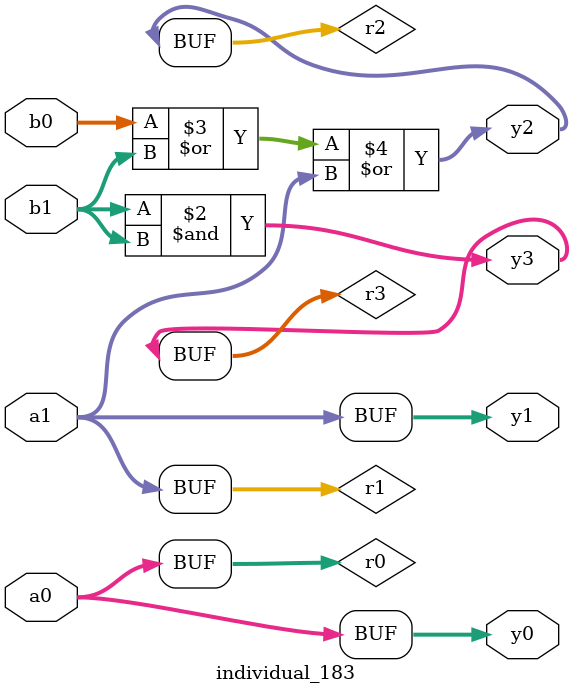
<source format=sv>
module individual_183(input logic [15:0] a1, input logic [15:0] a0, input logic [15:0] b1, input logic [15:0] b0, output logic [15:0] y3, output logic [15:0] y2, output logic [15:0] y1, output logic [15:0] y0);
logic [15:0] r0, r1, r2, r3; 
 always@(*) begin 
	 r0 = a0; r1 = a1; r2 = b0; r3 = b1; 
 	 r3  &=  r3 ;
 	 r2  |=  b1 ;
 	 r2  |=  r1 ;
 	 y3 = r3; y2 = r2; y1 = r1; y0 = r0; 
end
endmodule
</source>
